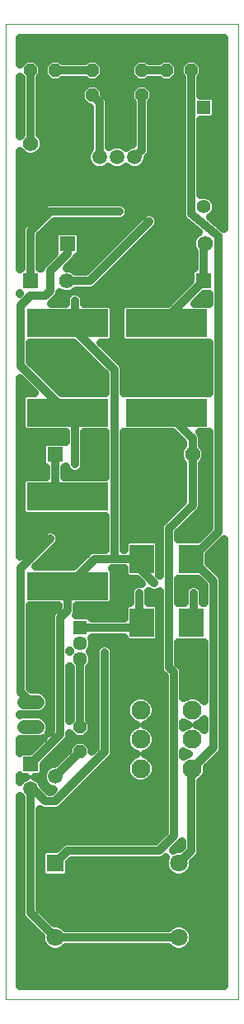
<source format=gtl>
G75*
%MOIN*%
%OFA0B0*%
%FSLAX25Y25*%
%IPPOS*%
%LPD*%
%AMOC8*
5,1,8,0,0,1.08239X$1,22.5*
%
%ADD10C,0.00000*%
%ADD11R,0.09843X0.11417*%
%ADD12R,0.32874X0.11220*%
%ADD13R,0.06201X0.06201*%
%ADD14C,0.06201*%
%ADD15C,0.05500*%
%ADD16R,0.05500X0.05500*%
%ADD17C,0.05600*%
%ADD18R,0.05701X0.05701*%
%ADD19C,0.05701*%
%ADD20R,0.05900X0.05900*%
%ADD21C,0.05900*%
%ADD22C,0.05945*%
%ADD23OC8,0.05200*%
%ADD24C,0.07677*%
%ADD25R,0.07087X0.07087*%
%ADD26C,0.07087*%
%ADD27C,0.03200*%
%ADD28C,0.02978*%
D10*
X0109342Y0044933D02*
X0109342Y0438634D01*
X0203263Y0438634D01*
X0203263Y0044933D01*
X0109342Y0044933D01*
D11*
X0164342Y0197138D03*
X0164342Y0222728D03*
X0184342Y0222728D03*
X0184342Y0197138D03*
D12*
X0174342Y0281823D03*
X0174342Y0318043D03*
X0134342Y0318043D03*
X0134342Y0281823D03*
X0134342Y0248043D03*
X0134342Y0211823D03*
D13*
X0129342Y0264933D03*
X0119342Y0334933D03*
X0134342Y0349933D03*
X0189342Y0334933D03*
D14*
X0189854Y0349933D03*
X0184854Y0264933D03*
X0133830Y0334933D03*
X0119342Y0390445D03*
D15*
X0189342Y0364933D03*
D16*
X0189342Y0404933D03*
D17*
X0122142Y0164933D02*
X0116542Y0164933D01*
X0116542Y0154933D02*
X0122142Y0154933D01*
D18*
X0139342Y0194933D03*
D19*
X0139342Y0188634D03*
X0139342Y0182335D03*
D20*
X0119342Y0139933D03*
D21*
X0119342Y0129933D03*
X0129342Y0134933D03*
D22*
X0147255Y0384933D03*
X0154342Y0384933D03*
X0161428Y0384933D03*
D23*
X0164342Y0409933D03*
X0164342Y0419933D03*
X0174342Y0419933D03*
X0184342Y0419933D03*
X0144342Y0419933D03*
X0144342Y0409933D03*
X0129342Y0419933D03*
X0119342Y0419933D03*
X0139342Y0154933D03*
X0139342Y0144933D03*
D24*
X0163909Y0149933D03*
X0163909Y0138122D03*
X0163909Y0161744D03*
X0184775Y0161744D03*
X0184775Y0149933D03*
X0184775Y0138122D03*
D25*
X0129342Y0099933D03*
D26*
X0129342Y0069933D03*
X0179342Y0069933D03*
X0179342Y0099933D03*
D27*
X0184342Y0104933D01*
X0184342Y0137689D01*
X0184775Y0138122D01*
X0193342Y0146689D01*
X0193342Y0213728D01*
X0184342Y0222728D01*
X0195342Y0233728D01*
X0195342Y0352933D01*
X0184342Y0361933D01*
X0184342Y0419933D01*
X0180542Y0416945D02*
X0180542Y0362494D01*
X0180485Y0362307D01*
X0180542Y0361744D01*
X0180542Y0361177D01*
X0180616Y0360997D01*
X0180636Y0360803D01*
X0180904Y0360304D01*
X0181120Y0359781D01*
X0181258Y0359643D01*
X0181350Y0359471D01*
X0181789Y0359112D01*
X0182189Y0358712D01*
X0182370Y0358637D01*
X0187292Y0354609D01*
X0186851Y0354427D01*
X0185360Y0352935D01*
X0184553Y0350987D01*
X0184553Y0348879D01*
X0185360Y0346931D01*
X0185542Y0346749D01*
X0185542Y0340233D01*
X0185330Y0340233D01*
X0184041Y0338945D01*
X0184041Y0335007D01*
X0174888Y0325854D01*
X0156994Y0325854D01*
X0155705Y0324565D01*
X0155705Y0311522D01*
X0156994Y0310233D01*
X0191542Y0310233D01*
X0191542Y0289633D01*
X0157142Y0289633D01*
X0157142Y0299799D01*
X0156563Y0301196D01*
X0155494Y0302265D01*
X0147526Y0310233D01*
X0151690Y0310233D01*
X0152979Y0311522D01*
X0152979Y0324565D01*
X0151690Y0325854D01*
X0141142Y0325854D01*
X0141142Y0327689D01*
X0140563Y0329086D01*
X0139494Y0330155D01*
X0138098Y0330733D01*
X0137126Y0330733D01*
X0137526Y0331133D01*
X0144098Y0331133D01*
X0145494Y0331712D01*
X0146563Y0332781D01*
X0170563Y0356781D01*
X0171142Y0358177D01*
X0171142Y0359689D01*
X0170563Y0361086D01*
X0169494Y0362155D01*
X0168098Y0362733D01*
X0166586Y0362733D01*
X0165189Y0362155D01*
X0141768Y0338733D01*
X0137526Y0338733D01*
X0136832Y0339427D01*
X0134884Y0340233D01*
X0134016Y0340233D01*
X0137563Y0343781D01*
X0137916Y0344633D01*
X0138353Y0344633D01*
X0139642Y0345921D01*
X0139642Y0353945D01*
X0138353Y0355233D01*
X0130330Y0355233D01*
X0129041Y0353945D01*
X0129041Y0346007D01*
X0125189Y0342155D01*
X0124120Y0341086D01*
X0123646Y0339941D01*
X0123353Y0340233D01*
X0123142Y0340233D01*
X0123142Y0353359D01*
X0128916Y0359133D01*
X0156098Y0359133D01*
X0157494Y0359712D01*
X0158563Y0360781D01*
X0159142Y0362177D01*
X0159142Y0363689D01*
X0158563Y0365086D01*
X0157494Y0366155D01*
X0156098Y0366733D01*
X0126586Y0366733D01*
X0125189Y0366155D01*
X0117189Y0358155D01*
X0116120Y0357086D01*
X0115542Y0355689D01*
X0115542Y0340233D01*
X0115330Y0340233D01*
X0114942Y0339845D01*
X0114942Y0387349D01*
X0116339Y0385951D01*
X0118287Y0385144D01*
X0120396Y0385144D01*
X0122344Y0385951D01*
X0123835Y0387442D01*
X0124642Y0389391D01*
X0124642Y0391499D01*
X0123835Y0393447D01*
X0123142Y0394141D01*
X0123142Y0416945D01*
X0124142Y0417945D01*
X0124142Y0421921D01*
X0121330Y0424733D01*
X0117354Y0424733D01*
X0114942Y0422321D01*
X0114942Y0433034D01*
X0197663Y0433034D01*
X0197663Y0355986D01*
X0197494Y0356155D01*
X0197314Y0356229D01*
X0191919Y0360643D01*
X0192146Y0360737D01*
X0193538Y0362129D01*
X0194292Y0363948D01*
X0194292Y0365918D01*
X0193538Y0367737D01*
X0192146Y0369129D01*
X0190326Y0369883D01*
X0188357Y0369883D01*
X0188142Y0369794D01*
X0188142Y0399983D01*
X0193003Y0399983D01*
X0194292Y0401272D01*
X0194292Y0408594D01*
X0193003Y0409883D01*
X0188142Y0409883D01*
X0188142Y0416945D01*
X0189142Y0417945D01*
X0189142Y0421921D01*
X0186330Y0424733D01*
X0182354Y0424733D01*
X0179542Y0421921D01*
X0179542Y0417945D01*
X0180542Y0416945D01*
X0180542Y0415960D02*
X0177157Y0415960D01*
X0176330Y0415133D02*
X0179142Y0417945D01*
X0179142Y0421921D01*
X0176330Y0424733D01*
X0172354Y0424733D01*
X0171354Y0423733D01*
X0167330Y0423733D01*
X0166330Y0424733D01*
X0162354Y0424733D01*
X0159542Y0421921D01*
X0159542Y0417945D01*
X0162354Y0415133D01*
X0166330Y0415133D01*
X0167330Y0416133D01*
X0171354Y0416133D01*
X0172354Y0415133D01*
X0176330Y0415133D01*
X0179142Y0419159D02*
X0179542Y0419159D01*
X0179978Y0422357D02*
X0178706Y0422357D01*
X0174342Y0419933D02*
X0164342Y0419933D01*
X0161526Y0415960D02*
X0147157Y0415960D01*
X0146330Y0415133D02*
X0149142Y0417945D01*
X0149142Y0421921D01*
X0146330Y0424733D01*
X0142354Y0424733D01*
X0141354Y0423733D01*
X0132330Y0423733D01*
X0131330Y0424733D01*
X0127354Y0424733D01*
X0124542Y0421921D01*
X0124542Y0417945D01*
X0127354Y0415133D01*
X0131330Y0415133D01*
X0132330Y0416133D01*
X0141354Y0416133D01*
X0142354Y0415133D01*
X0146330Y0415133D01*
X0146330Y0414733D02*
X0142354Y0414733D01*
X0139542Y0411921D01*
X0139542Y0407945D01*
X0142354Y0405133D01*
X0143455Y0405133D01*
X0143455Y0388448D01*
X0142870Y0387863D01*
X0142083Y0385962D01*
X0142083Y0383904D01*
X0142870Y0382003D01*
X0144325Y0380548D01*
X0146226Y0379761D01*
X0148284Y0379761D01*
X0150185Y0380548D01*
X0150798Y0381161D01*
X0151412Y0380548D01*
X0153313Y0379761D01*
X0155371Y0379761D01*
X0157272Y0380548D01*
X0157885Y0381161D01*
X0158498Y0380548D01*
X0160400Y0379761D01*
X0162457Y0379761D01*
X0164358Y0380548D01*
X0165813Y0382003D01*
X0166601Y0383904D01*
X0166601Y0384732D01*
X0167563Y0385694D01*
X0168142Y0387091D01*
X0168142Y0406945D01*
X0169142Y0407945D01*
X0169142Y0411921D01*
X0166330Y0414733D01*
X0162354Y0414733D01*
X0159542Y0411921D01*
X0159542Y0407945D01*
X0160542Y0406945D01*
X0160542Y0390105D01*
X0160400Y0390105D01*
X0158498Y0389318D01*
X0157885Y0388705D01*
X0157272Y0389318D01*
X0155371Y0390105D01*
X0153313Y0390105D01*
X0151412Y0389318D01*
X0151055Y0388961D01*
X0151055Y0407776D01*
X0150477Y0409172D01*
X0149142Y0410507D01*
X0149142Y0411921D01*
X0146330Y0414733D01*
X0148301Y0412762D02*
X0160382Y0412762D01*
X0159542Y0409563D02*
X0150086Y0409563D01*
X0151055Y0406365D02*
X0160542Y0406365D01*
X0160542Y0403166D02*
X0151055Y0403166D01*
X0151055Y0399968D02*
X0160542Y0399968D01*
X0160542Y0396769D02*
X0151055Y0396769D01*
X0151055Y0393571D02*
X0160542Y0393571D01*
X0160542Y0390372D02*
X0151055Y0390372D01*
X0147255Y0384933D02*
X0147255Y0407020D01*
X0144342Y0409933D01*
X0141122Y0406365D02*
X0123142Y0406365D01*
X0123142Y0409563D02*
X0139542Y0409563D01*
X0140382Y0412762D02*
X0123142Y0412762D01*
X0123142Y0415960D02*
X0126526Y0415960D01*
X0124542Y0419159D02*
X0124142Y0419159D01*
X0123706Y0422357D02*
X0124978Y0422357D01*
X0129342Y0419933D02*
X0144342Y0419933D01*
X0141526Y0415960D02*
X0132157Y0415960D01*
X0123142Y0403166D02*
X0143455Y0403166D01*
X0143455Y0399968D02*
X0123142Y0399968D01*
X0123142Y0396769D02*
X0143455Y0396769D01*
X0143455Y0393571D02*
X0123712Y0393571D01*
X0124642Y0390372D02*
X0143455Y0390372D01*
X0142585Y0387174D02*
X0123567Y0387174D01*
X0119342Y0390445D02*
X0119342Y0419933D01*
X0115542Y0416945D02*
X0115542Y0394141D01*
X0114942Y0393541D01*
X0114942Y0417545D01*
X0115542Y0416945D01*
X0115542Y0415960D02*
X0114942Y0415960D01*
X0114942Y0412762D02*
X0115542Y0412762D01*
X0115542Y0409563D02*
X0114942Y0409563D01*
X0114942Y0406365D02*
X0115542Y0406365D01*
X0115542Y0403166D02*
X0114942Y0403166D01*
X0114942Y0399968D02*
X0115542Y0399968D01*
X0115542Y0396769D02*
X0114942Y0396769D01*
X0114942Y0393571D02*
X0114972Y0393571D01*
X0114942Y0387174D02*
X0115117Y0387174D01*
X0114942Y0383975D02*
X0142083Y0383975D01*
X0144097Y0380777D02*
X0114942Y0380777D01*
X0114942Y0377578D02*
X0180542Y0377578D01*
X0180542Y0374380D02*
X0114942Y0374380D01*
X0114942Y0371181D02*
X0180542Y0371181D01*
X0180542Y0367983D02*
X0114942Y0367983D01*
X0114942Y0364784D02*
X0123819Y0364784D01*
X0120620Y0361586D02*
X0114942Y0361586D01*
X0114942Y0358387D02*
X0117422Y0358387D01*
X0115542Y0355189D02*
X0114942Y0355189D01*
X0114942Y0351990D02*
X0115542Y0351990D01*
X0115542Y0348792D02*
X0114942Y0348792D01*
X0114942Y0345593D02*
X0115542Y0345593D01*
X0115542Y0342395D02*
X0114942Y0342395D01*
X0119342Y0334933D02*
X0119342Y0354933D01*
X0127342Y0362933D01*
X0155342Y0362933D01*
X0158897Y0361586D02*
X0164620Y0361586D01*
X0161422Y0358387D02*
X0128170Y0358387D01*
X0130285Y0355189D02*
X0124971Y0355189D01*
X0123142Y0351990D02*
X0129041Y0351990D01*
X0129041Y0348792D02*
X0123142Y0348792D01*
X0123142Y0345593D02*
X0128628Y0345593D01*
X0125429Y0342395D02*
X0123142Y0342395D01*
X0127342Y0338933D02*
X0127342Y0330933D01*
X0125342Y0328933D01*
X0119342Y0328933D01*
X0115342Y0324933D01*
X0115342Y0300823D01*
X0134342Y0281823D01*
X0137342Y0278823D01*
X0137342Y0260933D01*
X0133933Y0259233D02*
X0133142Y0259233D01*
X0133142Y0259633D02*
X0133353Y0259633D01*
X0133646Y0259925D01*
X0134120Y0258781D01*
X0135189Y0257712D01*
X0136586Y0257133D01*
X0138098Y0257133D01*
X0139494Y0257712D01*
X0140563Y0258781D01*
X0141142Y0260177D01*
X0141142Y0274013D01*
X0149542Y0274013D01*
X0149542Y0255854D01*
X0133142Y0255854D01*
X0133142Y0259633D01*
X0133142Y0256035D02*
X0149542Y0256035D01*
X0149542Y0259233D02*
X0140751Y0259233D01*
X0141142Y0262432D02*
X0149542Y0262432D01*
X0149542Y0265630D02*
X0141142Y0265630D01*
X0141142Y0268829D02*
X0149542Y0268829D01*
X0149542Y0272027D02*
X0141142Y0272027D01*
X0133542Y0272027D02*
X0114942Y0272027D01*
X0116994Y0274013D02*
X0115705Y0275301D01*
X0115705Y0288344D01*
X0116994Y0289633D01*
X0121158Y0289633D01*
X0114942Y0295849D01*
X0114942Y0223907D01*
X0125189Y0234155D01*
X0126586Y0234733D01*
X0128098Y0234733D01*
X0129494Y0234155D01*
X0130563Y0233086D01*
X0131142Y0231689D01*
X0131142Y0230177D01*
X0130563Y0228781D01*
X0121416Y0219633D01*
X0136778Y0219633D01*
X0142026Y0224881D01*
X0143095Y0225950D01*
X0144491Y0226528D01*
X0149542Y0226528D01*
X0149542Y0240233D01*
X0116994Y0240233D01*
X0115705Y0241522D01*
X0115705Y0254565D01*
X0116994Y0255854D01*
X0125542Y0255854D01*
X0125542Y0259633D01*
X0125330Y0259633D01*
X0124041Y0260921D01*
X0124041Y0268945D01*
X0125330Y0270233D01*
X0133353Y0270233D01*
X0133542Y0270045D01*
X0133542Y0274013D01*
X0116994Y0274013D01*
X0115780Y0275226D02*
X0114942Y0275226D01*
X0114942Y0278424D02*
X0115705Y0278424D01*
X0115705Y0281623D02*
X0114942Y0281623D01*
X0114942Y0284821D02*
X0115705Y0284821D01*
X0115705Y0288020D02*
X0114942Y0288020D01*
X0114942Y0291218D02*
X0119572Y0291218D01*
X0116374Y0294417D02*
X0114942Y0294417D01*
X0119142Y0302397D02*
X0119142Y0310233D01*
X0136778Y0310233D01*
X0149542Y0297469D01*
X0149542Y0289633D01*
X0131906Y0289633D01*
X0119142Y0302397D01*
X0119142Y0304012D02*
X0142999Y0304012D01*
X0146197Y0300814D02*
X0120725Y0300814D01*
X0123923Y0297615D02*
X0149396Y0297615D01*
X0149542Y0294417D02*
X0127122Y0294417D01*
X0130320Y0291218D02*
X0149542Y0291218D01*
X0153342Y0299043D02*
X0153342Y0222728D01*
X0145247Y0222728D01*
X0134342Y0211823D01*
X0134342Y0201933D01*
X0131342Y0198933D01*
X0131342Y0151933D01*
X0119342Y0139933D01*
X0119118Y0145083D02*
X0115481Y0145083D01*
X0114942Y0144544D01*
X0114942Y0150184D01*
X0115547Y0149933D01*
X0123136Y0149933D01*
X0124556Y0150521D01*
X0119118Y0145083D01*
X0121320Y0147285D02*
X0114942Y0147285D01*
X0114942Y0135322D02*
X0114942Y0132768D01*
X0114976Y0132850D01*
X0116425Y0134299D01*
X0117593Y0134783D01*
X0115481Y0134783D01*
X0114942Y0135322D01*
X0114942Y0134491D02*
X0116889Y0134491D01*
X0119342Y0129933D02*
X0120342Y0129933D01*
X0125342Y0124933D01*
X0129342Y0124933D01*
X0149342Y0144933D01*
X0149342Y0184933D01*
X0153142Y0185668D02*
X0171542Y0185668D01*
X0171542Y0188866D02*
X0144392Y0188866D01*
X0144392Y0189638D02*
X0143943Y0190722D01*
X0144354Y0191133D01*
X0157221Y0191133D01*
X0157221Y0190518D01*
X0158509Y0189229D01*
X0170174Y0189229D01*
X0171463Y0190518D01*
X0171463Y0203758D01*
X0170174Y0205046D01*
X0167142Y0205046D01*
X0167142Y0209689D01*
X0167092Y0209809D01*
X0167189Y0209712D01*
X0168586Y0209133D01*
X0170098Y0209133D01*
X0171494Y0209712D01*
X0171542Y0209759D01*
X0171542Y0178177D01*
X0172120Y0176781D01*
X0173189Y0175712D01*
X0173542Y0175359D01*
X0173542Y0112507D01*
X0169768Y0108733D01*
X0133586Y0108733D01*
X0132189Y0108155D01*
X0131120Y0107086D01*
X0129711Y0105676D01*
X0124887Y0105676D01*
X0123598Y0104388D01*
X0123598Y0095478D01*
X0124887Y0094190D01*
X0133796Y0094190D01*
X0135085Y0095478D01*
X0135085Y0100302D01*
X0135916Y0101133D01*
X0172098Y0101133D01*
X0173494Y0101712D01*
X0174122Y0102339D01*
X0173598Y0101075D01*
X0173598Y0098791D01*
X0174473Y0096680D01*
X0176088Y0095064D01*
X0178199Y0094190D01*
X0180484Y0094190D01*
X0182595Y0095064D01*
X0184211Y0096680D01*
X0185085Y0098791D01*
X0185085Y0100302D01*
X0186494Y0101712D01*
X0187563Y0102781D01*
X0188142Y0104177D01*
X0188142Y0132981D01*
X0188195Y0133003D01*
X0189894Y0134701D01*
X0190813Y0136921D01*
X0190813Y0138787D01*
X0195494Y0143467D01*
X0196563Y0144536D01*
X0197142Y0145933D01*
X0197142Y0214484D01*
X0196563Y0215881D01*
X0195494Y0216950D01*
X0191463Y0220981D01*
X0191463Y0224476D01*
X0197663Y0230676D01*
X0197663Y0050533D01*
X0114942Y0050533D01*
X0114942Y0127098D01*
X0114976Y0127016D01*
X0115542Y0126450D01*
X0115542Y0079177D01*
X0116120Y0077781D01*
X0123598Y0070302D01*
X0123598Y0068791D01*
X0124473Y0066680D01*
X0126088Y0065064D01*
X0128199Y0064190D01*
X0130484Y0064190D01*
X0132595Y0065064D01*
X0133664Y0066133D01*
X0175020Y0066133D01*
X0176088Y0065064D01*
X0178199Y0064190D01*
X0180484Y0064190D01*
X0182595Y0065064D01*
X0184211Y0066680D01*
X0185085Y0068791D01*
X0185085Y0071075D01*
X0184211Y0073186D01*
X0182595Y0074802D01*
X0180484Y0075676D01*
X0178199Y0075676D01*
X0176088Y0074802D01*
X0175020Y0073733D01*
X0133664Y0073733D01*
X0132595Y0074802D01*
X0130484Y0075676D01*
X0128973Y0075676D01*
X0123142Y0081507D01*
X0123142Y0121759D01*
X0123189Y0121712D01*
X0124586Y0121133D01*
X0130098Y0121133D01*
X0131494Y0121712D01*
X0152563Y0142781D01*
X0153142Y0144177D01*
X0153142Y0185689D01*
X0152563Y0187086D01*
X0151494Y0188155D01*
X0150098Y0188733D01*
X0148586Y0188733D01*
X0147189Y0188155D01*
X0146120Y0187086D01*
X0145542Y0185689D01*
X0145542Y0146507D01*
X0144142Y0145107D01*
X0144142Y0146921D01*
X0141330Y0149733D01*
X0137354Y0149733D01*
X0134542Y0146921D01*
X0134542Y0145507D01*
X0129118Y0140083D01*
X0128317Y0140083D01*
X0126425Y0139299D01*
X0124976Y0137850D01*
X0124492Y0136682D01*
X0124492Y0139709D01*
X0134563Y0149781D01*
X0135142Y0151177D01*
X0135142Y0152345D01*
X0137354Y0150133D01*
X0141330Y0150133D01*
X0144142Y0152945D01*
X0144142Y0156921D01*
X0143142Y0157921D01*
X0143142Y0178992D01*
X0143623Y0179474D01*
X0144392Y0181330D01*
X0144392Y0183339D01*
X0143623Y0185195D01*
X0143335Y0185484D01*
X0143623Y0185773D01*
X0144392Y0187629D01*
X0144392Y0189638D01*
X0143518Y0185668D02*
X0145542Y0185668D01*
X0145542Y0182469D02*
X0144392Y0182469D01*
X0143420Y0179271D02*
X0145542Y0179271D01*
X0145542Y0176072D02*
X0143142Y0176072D01*
X0143142Y0172874D02*
X0145542Y0172874D01*
X0145542Y0169675D02*
X0143142Y0169675D01*
X0143142Y0166477D02*
X0145542Y0166477D01*
X0145542Y0163278D02*
X0143142Y0163278D01*
X0143142Y0160079D02*
X0145542Y0160079D01*
X0145542Y0156881D02*
X0144142Y0156881D01*
X0144142Y0153682D02*
X0145542Y0153682D01*
X0145542Y0150484D02*
X0141681Y0150484D01*
X0143778Y0147285D02*
X0145542Y0147285D01*
X0150671Y0140888D02*
X0158518Y0140888D01*
X0158789Y0141543D02*
X0157870Y0139323D01*
X0157870Y0136921D01*
X0158789Y0134701D01*
X0160488Y0133003D01*
X0162708Y0132083D01*
X0165110Y0132083D01*
X0167329Y0133003D01*
X0169028Y0134701D01*
X0169947Y0136921D01*
X0169947Y0139323D01*
X0169028Y0141543D01*
X0167329Y0143241D01*
X0165431Y0144028D01*
X0167329Y0144814D01*
X0169028Y0146512D01*
X0169947Y0148732D01*
X0169947Y0151134D01*
X0169028Y0153354D01*
X0167329Y0155052D01*
X0165431Y0155839D01*
X0167329Y0156625D01*
X0169028Y0158324D01*
X0169947Y0160543D01*
X0169947Y0162945D01*
X0169028Y0165165D01*
X0167329Y0166863D01*
X0165110Y0167783D01*
X0162708Y0167783D01*
X0160488Y0166863D01*
X0158789Y0165165D01*
X0157870Y0162945D01*
X0157870Y0160543D01*
X0158789Y0158324D01*
X0160488Y0156625D01*
X0162386Y0155839D01*
X0160488Y0155052D01*
X0158789Y0153354D01*
X0157870Y0151134D01*
X0157870Y0148732D01*
X0158789Y0146512D01*
X0160488Y0144814D01*
X0162386Y0144028D01*
X0160488Y0143241D01*
X0158789Y0141543D01*
X0157870Y0137690D02*
X0147473Y0137690D01*
X0144274Y0134491D02*
X0159000Y0134491D01*
X0162243Y0144087D02*
X0153104Y0144087D01*
X0153142Y0147285D02*
X0158469Y0147285D01*
X0157870Y0150484D02*
X0153142Y0150484D01*
X0153142Y0153682D02*
X0159118Y0153682D01*
X0160232Y0156881D02*
X0153142Y0156881D01*
X0153142Y0160079D02*
X0158062Y0160079D01*
X0158008Y0163278D02*
X0153142Y0163278D01*
X0153142Y0166477D02*
X0160101Y0166477D01*
X0153142Y0169675D02*
X0173542Y0169675D01*
X0173542Y0166477D02*
X0167716Y0166477D01*
X0169809Y0163278D02*
X0173542Y0163278D01*
X0173542Y0160079D02*
X0169755Y0160079D01*
X0167585Y0156881D02*
X0173542Y0156881D01*
X0173542Y0153682D02*
X0168699Y0153682D01*
X0169947Y0150484D02*
X0173542Y0150484D01*
X0173542Y0147285D02*
X0169348Y0147285D01*
X0165574Y0144087D02*
X0173542Y0144087D01*
X0173542Y0140888D02*
X0169299Y0140888D01*
X0169947Y0137690D02*
X0173542Y0137690D01*
X0173542Y0134491D02*
X0168818Y0134491D01*
X0173542Y0131293D02*
X0141076Y0131293D01*
X0137877Y0128094D02*
X0173542Y0128094D01*
X0173542Y0124896D02*
X0134679Y0124896D01*
X0131460Y0121697D02*
X0173542Y0121697D01*
X0173542Y0118499D02*
X0123142Y0118499D01*
X0123142Y0121697D02*
X0123224Y0121697D01*
X0123142Y0115300D02*
X0173542Y0115300D01*
X0173137Y0112102D02*
X0123142Y0112102D01*
X0123142Y0108903D02*
X0169938Y0108903D01*
X0171342Y0104933D02*
X0177342Y0110933D01*
X0177342Y0176933D01*
X0175342Y0178933D01*
X0175342Y0234933D01*
X0184854Y0244445D01*
X0184854Y0264933D01*
X0184854Y0271311D01*
X0174342Y0281823D01*
X0176778Y0274013D02*
X0181054Y0269737D01*
X0181054Y0268629D01*
X0180360Y0267935D01*
X0179553Y0265987D01*
X0179553Y0263879D01*
X0180360Y0261931D01*
X0181054Y0261237D01*
X0181054Y0246019D01*
X0172120Y0237086D01*
X0171542Y0235689D01*
X0171542Y0216107D01*
X0171463Y0216186D01*
X0171463Y0229348D01*
X0170174Y0230637D01*
X0158509Y0230637D01*
X0157221Y0229348D01*
X0157221Y0226528D01*
X0157142Y0226528D01*
X0157142Y0274013D01*
X0176778Y0274013D01*
X0178763Y0272027D02*
X0157142Y0272027D01*
X0157142Y0268829D02*
X0181054Y0268829D01*
X0179553Y0265630D02*
X0157142Y0265630D01*
X0157142Y0262432D02*
X0180153Y0262432D01*
X0181054Y0259233D02*
X0157142Y0259233D01*
X0157142Y0256035D02*
X0181054Y0256035D01*
X0181054Y0252836D02*
X0157142Y0252836D01*
X0157142Y0249638D02*
X0181054Y0249638D01*
X0181054Y0246439D02*
X0157142Y0246439D01*
X0157142Y0243241D02*
X0178276Y0243241D01*
X0175077Y0240042D02*
X0157142Y0240042D01*
X0157142Y0236844D02*
X0172020Y0236844D01*
X0171542Y0233645D02*
X0157142Y0233645D01*
X0157142Y0230447D02*
X0158319Y0230447D01*
X0157221Y0227248D02*
X0157142Y0227248D01*
X0153342Y0222728D02*
X0164342Y0222728D01*
X0164342Y0217933D01*
X0169342Y0212933D01*
X0171463Y0217653D02*
X0171542Y0217653D01*
X0171463Y0220851D02*
X0171542Y0220851D01*
X0171463Y0224050D02*
X0171542Y0224050D01*
X0171463Y0227248D02*
X0171542Y0227248D01*
X0171542Y0230447D02*
X0170365Y0230447D01*
X0179142Y0230637D02*
X0179142Y0233359D01*
X0187006Y0241223D01*
X0188075Y0242292D01*
X0188654Y0243689D01*
X0188654Y0261237D01*
X0189347Y0261931D01*
X0190154Y0263879D01*
X0190154Y0265987D01*
X0189347Y0267935D01*
X0188654Y0268629D01*
X0188654Y0272067D01*
X0188075Y0273464D01*
X0187526Y0274013D01*
X0191542Y0274013D01*
X0191542Y0235302D01*
X0186876Y0230637D01*
X0179142Y0230637D01*
X0179428Y0233645D02*
X0189885Y0233645D01*
X0191542Y0236844D02*
X0182626Y0236844D01*
X0185825Y0240042D02*
X0191542Y0240042D01*
X0191542Y0243241D02*
X0188468Y0243241D01*
X0188654Y0246439D02*
X0191542Y0246439D01*
X0191542Y0249638D02*
X0188654Y0249638D01*
X0188654Y0252836D02*
X0191542Y0252836D01*
X0191542Y0256035D02*
X0188654Y0256035D01*
X0188654Y0259233D02*
X0191542Y0259233D01*
X0191542Y0262432D02*
X0189555Y0262432D01*
X0190154Y0265630D02*
X0191542Y0265630D01*
X0191542Y0268829D02*
X0188654Y0268829D01*
X0188654Y0272027D02*
X0191542Y0272027D01*
X0191542Y0291218D02*
X0157142Y0291218D01*
X0157142Y0294417D02*
X0191542Y0294417D01*
X0191542Y0297615D02*
X0157142Y0297615D01*
X0156721Y0300814D02*
X0191542Y0300814D01*
X0191542Y0304012D02*
X0153747Y0304012D01*
X0153342Y0299043D02*
X0134342Y0318043D01*
X0137342Y0321043D01*
X0137342Y0326933D01*
X0140048Y0329601D02*
X0178635Y0329601D01*
X0181834Y0332799D02*
X0146582Y0332799D01*
X0143342Y0334933D02*
X0133830Y0334933D01*
X0131142Y0330309D02*
X0132776Y0329633D01*
X0134667Y0329633D01*
X0134120Y0329086D01*
X0133542Y0327689D01*
X0133542Y0325854D01*
X0127636Y0325854D01*
X0128563Y0326781D01*
X0130563Y0328781D01*
X0131142Y0330177D01*
X0131142Y0330309D01*
X0130903Y0329601D02*
X0134635Y0329601D01*
X0133542Y0326402D02*
X0128185Y0326402D01*
X0127342Y0338933D02*
X0134342Y0345933D01*
X0134342Y0349933D01*
X0139642Y0348792D02*
X0151826Y0348792D01*
X0155025Y0351990D02*
X0139642Y0351990D01*
X0138398Y0355189D02*
X0158223Y0355189D01*
X0162574Y0348792D02*
X0184589Y0348792D01*
X0184969Y0351990D02*
X0165773Y0351990D01*
X0168971Y0355189D02*
X0186584Y0355189D01*
X0182675Y0358387D02*
X0171142Y0358387D01*
X0170063Y0361586D02*
X0180542Y0361586D01*
X0180542Y0364784D02*
X0158688Y0364784D01*
X0167342Y0358933D02*
X0143342Y0334933D01*
X0142231Y0339196D02*
X0137063Y0339196D01*
X0136177Y0342395D02*
X0145429Y0342395D01*
X0148628Y0345593D02*
X0139314Y0345593D01*
X0149780Y0335998D02*
X0184041Y0335998D01*
X0184293Y0339196D02*
X0152979Y0339196D01*
X0156177Y0342395D02*
X0185542Y0342395D01*
X0185542Y0345593D02*
X0159376Y0345593D01*
X0155705Y0323204D02*
X0152979Y0323204D01*
X0152979Y0320005D02*
X0155705Y0320005D01*
X0155705Y0316807D02*
X0152979Y0316807D01*
X0152979Y0313608D02*
X0155705Y0313608D01*
X0156817Y0310410D02*
X0151867Y0310410D01*
X0150548Y0307211D02*
X0191542Y0307211D01*
X0191542Y0325854D02*
X0185636Y0325854D01*
X0189415Y0329633D01*
X0191542Y0329633D01*
X0191542Y0325854D01*
X0191542Y0326402D02*
X0186185Y0326402D01*
X0189383Y0329601D02*
X0191542Y0329601D01*
X0189342Y0334933D02*
X0189342Y0349421D01*
X0189854Y0349933D01*
X0194677Y0358387D02*
X0197663Y0358387D01*
X0197663Y0361586D02*
X0192995Y0361586D01*
X0194292Y0364784D02*
X0197663Y0364784D01*
X0197663Y0367983D02*
X0193292Y0367983D01*
X0197663Y0371181D02*
X0188142Y0371181D01*
X0188142Y0374380D02*
X0197663Y0374380D01*
X0197663Y0377578D02*
X0188142Y0377578D01*
X0188142Y0380777D02*
X0197663Y0380777D01*
X0197663Y0383975D02*
X0188142Y0383975D01*
X0188142Y0387174D02*
X0197663Y0387174D01*
X0197663Y0390372D02*
X0188142Y0390372D01*
X0188142Y0393571D02*
X0197663Y0393571D01*
X0197663Y0396769D02*
X0188142Y0396769D01*
X0188142Y0399968D02*
X0197663Y0399968D01*
X0197663Y0403166D02*
X0194292Y0403166D01*
X0194292Y0406365D02*
X0197663Y0406365D01*
X0197663Y0409563D02*
X0193323Y0409563D01*
X0197663Y0412762D02*
X0188142Y0412762D01*
X0188142Y0415960D02*
X0197663Y0415960D01*
X0197663Y0419159D02*
X0189142Y0419159D01*
X0188706Y0422357D02*
X0197663Y0422357D01*
X0197663Y0425556D02*
X0114942Y0425556D01*
X0114942Y0428754D02*
X0197663Y0428754D01*
X0197663Y0431953D02*
X0114942Y0431953D01*
X0114942Y0422357D02*
X0114978Y0422357D01*
X0148706Y0422357D02*
X0159978Y0422357D01*
X0159542Y0419159D02*
X0149142Y0419159D01*
X0164342Y0409933D02*
X0164342Y0387846D01*
X0161428Y0384933D01*
X0158270Y0380777D02*
X0157500Y0380777D01*
X0151183Y0380777D02*
X0150414Y0380777D01*
X0164587Y0380777D02*
X0180542Y0380777D01*
X0180542Y0383975D02*
X0166601Y0383975D01*
X0168142Y0387174D02*
X0180542Y0387174D01*
X0180542Y0390372D02*
X0168142Y0390372D01*
X0168142Y0393571D02*
X0180542Y0393571D01*
X0180542Y0396769D02*
X0168142Y0396769D01*
X0168142Y0399968D02*
X0180542Y0399968D01*
X0180542Y0403166D02*
X0168142Y0403166D01*
X0168142Y0406365D02*
X0180542Y0406365D01*
X0180542Y0409563D02*
X0169142Y0409563D01*
X0168301Y0412762D02*
X0180542Y0412762D01*
X0171526Y0415960D02*
X0167157Y0415960D01*
X0189342Y0334933D02*
X0174342Y0319933D01*
X0174342Y0318043D01*
X0175437Y0326402D02*
X0141142Y0326402D01*
X0139800Y0307211D02*
X0119142Y0307211D01*
X0114942Y0329907D02*
X0114942Y0330021D01*
X0114999Y0329964D01*
X0114942Y0329907D01*
X0114942Y0268829D02*
X0124041Y0268829D01*
X0124041Y0265630D02*
X0114942Y0265630D01*
X0114942Y0262432D02*
X0124041Y0262432D01*
X0125542Y0259233D02*
X0114942Y0259233D01*
X0114942Y0256035D02*
X0125542Y0256035D01*
X0129342Y0253043D02*
X0134342Y0248043D01*
X0129342Y0253043D02*
X0129342Y0264933D01*
X0115705Y0252836D02*
X0114942Y0252836D01*
X0114942Y0249638D02*
X0115705Y0249638D01*
X0115705Y0246439D02*
X0114942Y0246439D01*
X0114942Y0243241D02*
X0115705Y0243241D01*
X0114942Y0240042D02*
X0149542Y0240042D01*
X0149542Y0236844D02*
X0114942Y0236844D01*
X0114942Y0233645D02*
X0124680Y0233645D01*
X0127342Y0230933D02*
X0115342Y0218933D01*
X0115342Y0168933D01*
X0119342Y0164933D01*
X0119716Y0169933D02*
X0119142Y0170507D01*
X0119142Y0204013D01*
X0130542Y0204013D01*
X0130542Y0203507D01*
X0129189Y0202155D01*
X0128120Y0201086D01*
X0127542Y0199689D01*
X0127542Y0153507D01*
X0126554Y0152519D01*
X0127142Y0153938D01*
X0127142Y0155928D01*
X0126381Y0157765D01*
X0124974Y0159172D01*
X0123136Y0159933D01*
X0124974Y0160694D01*
X0126381Y0162101D01*
X0127142Y0163938D01*
X0127142Y0165928D01*
X0126381Y0167765D01*
X0124974Y0169172D01*
X0123136Y0169933D01*
X0119716Y0169933D01*
X0119142Y0172874D02*
X0127542Y0172874D01*
X0127542Y0176072D02*
X0119142Y0176072D01*
X0119142Y0179271D02*
X0127542Y0179271D01*
X0127542Y0182469D02*
X0119142Y0182469D01*
X0119142Y0185668D02*
X0127542Y0185668D01*
X0127542Y0188866D02*
X0119142Y0188866D01*
X0119142Y0192065D02*
X0127542Y0192065D01*
X0127542Y0195263D02*
X0119142Y0195263D01*
X0119142Y0198462D02*
X0127542Y0198462D01*
X0128695Y0201660D02*
X0119142Y0201660D01*
X0122634Y0220851D02*
X0137996Y0220851D01*
X0141195Y0224050D02*
X0125832Y0224050D01*
X0129031Y0227248D02*
X0149542Y0227248D01*
X0149542Y0230447D02*
X0131142Y0230447D01*
X0130004Y0233645D02*
X0149542Y0233645D01*
X0152395Y0218928D02*
X0157221Y0218928D01*
X0157221Y0216108D01*
X0158509Y0214820D01*
X0162081Y0214820D01*
X0162189Y0214712D01*
X0162189Y0214712D01*
X0164217Y0212683D01*
X0164098Y0212733D01*
X0162586Y0212733D01*
X0161189Y0212155D01*
X0160120Y0211086D01*
X0159542Y0209689D01*
X0159542Y0205046D01*
X0158509Y0205046D01*
X0157221Y0203758D01*
X0157221Y0198733D01*
X0144354Y0198733D01*
X0143103Y0199983D01*
X0137647Y0199983D01*
X0138142Y0201177D01*
X0138142Y0204013D01*
X0151690Y0204013D01*
X0152979Y0205301D01*
X0152979Y0218344D01*
X0152395Y0218928D01*
X0152979Y0217653D02*
X0157221Y0217653D01*
X0152979Y0214454D02*
X0162447Y0214454D01*
X0160290Y0211256D02*
X0152979Y0211256D01*
X0152979Y0208057D02*
X0159542Y0208057D01*
X0158321Y0204859D02*
X0152536Y0204859D01*
X0157221Y0201660D02*
X0138142Y0201660D01*
X0139342Y0194933D02*
X0160137Y0194933D01*
X0163342Y0198138D01*
X0164342Y0197138D01*
X0163342Y0198138D02*
X0163342Y0208933D01*
X0167142Y0208057D02*
X0171542Y0208057D01*
X0171542Y0204859D02*
X0170362Y0204859D01*
X0171463Y0201660D02*
X0171542Y0201660D01*
X0171463Y0198462D02*
X0171542Y0198462D01*
X0171463Y0195263D02*
X0171542Y0195263D01*
X0171463Y0192065D02*
X0171542Y0192065D01*
X0171542Y0182469D02*
X0153142Y0182469D01*
X0153142Y0179271D02*
X0171542Y0179271D01*
X0172829Y0176072D02*
X0153142Y0176072D01*
X0153142Y0172874D02*
X0173542Y0172874D01*
X0180563Y0179086D02*
X0179142Y0180507D01*
X0179142Y0189229D01*
X0189542Y0189229D01*
X0189542Y0165517D01*
X0188195Y0166863D01*
X0185976Y0167783D01*
X0183574Y0167783D01*
X0181354Y0166863D01*
X0181142Y0166651D01*
X0181142Y0177689D01*
X0180563Y0179086D01*
X0180378Y0179271D02*
X0189542Y0179271D01*
X0189542Y0182469D02*
X0179142Y0182469D01*
X0179142Y0185668D02*
X0189542Y0185668D01*
X0189542Y0188866D02*
X0179142Y0188866D01*
X0184342Y0197138D02*
X0185342Y0198138D01*
X0185342Y0208933D01*
X0188393Y0211256D02*
X0189542Y0211256D01*
X0189542Y0212154D02*
X0189542Y0205046D01*
X0189142Y0205046D01*
X0189142Y0209689D01*
X0188563Y0211086D01*
X0187494Y0212155D01*
X0186098Y0212733D01*
X0184586Y0212733D01*
X0183189Y0212155D01*
X0182120Y0211086D01*
X0181542Y0209689D01*
X0181542Y0205046D01*
X0179142Y0205046D01*
X0179142Y0214820D01*
X0186876Y0214820D01*
X0189542Y0212154D01*
X0187242Y0214454D02*
X0179142Y0214454D01*
X0179142Y0211256D02*
X0182290Y0211256D01*
X0181542Y0208057D02*
X0179142Y0208057D01*
X0189142Y0208057D02*
X0189542Y0208057D01*
X0194791Y0217653D02*
X0197663Y0217653D01*
X0197663Y0220851D02*
X0191593Y0220851D01*
X0191463Y0224050D02*
X0197663Y0224050D01*
X0197663Y0227248D02*
X0194236Y0227248D01*
X0197434Y0230447D02*
X0197663Y0230447D01*
X0197663Y0214454D02*
X0197142Y0214454D01*
X0197142Y0211256D02*
X0197663Y0211256D01*
X0197663Y0208057D02*
X0197142Y0208057D01*
X0197142Y0204859D02*
X0197663Y0204859D01*
X0197663Y0201660D02*
X0197142Y0201660D01*
X0197142Y0198462D02*
X0197663Y0198462D01*
X0197663Y0195263D02*
X0197142Y0195263D01*
X0197142Y0192065D02*
X0197663Y0192065D01*
X0197663Y0188866D02*
X0197142Y0188866D01*
X0197142Y0185668D02*
X0197663Y0185668D01*
X0197663Y0182469D02*
X0197142Y0182469D01*
X0197142Y0179271D02*
X0197663Y0179271D01*
X0197663Y0176072D02*
X0197142Y0176072D01*
X0197142Y0172874D02*
X0197663Y0172874D01*
X0197663Y0169675D02*
X0197142Y0169675D01*
X0197142Y0166477D02*
X0197663Y0166477D01*
X0197663Y0163278D02*
X0197142Y0163278D01*
X0197142Y0160079D02*
X0197663Y0160079D01*
X0197663Y0156881D02*
X0197142Y0156881D01*
X0197142Y0153682D02*
X0197663Y0153682D01*
X0197663Y0150484D02*
X0197142Y0150484D01*
X0197142Y0147285D02*
X0197663Y0147285D01*
X0197663Y0144087D02*
X0196114Y0144087D01*
X0197663Y0140888D02*
X0192915Y0140888D01*
X0190813Y0137690D02*
X0197663Y0137690D01*
X0197663Y0134491D02*
X0189684Y0134491D01*
X0188142Y0131293D02*
X0197663Y0131293D01*
X0197663Y0128094D02*
X0188142Y0128094D01*
X0188142Y0124896D02*
X0197663Y0124896D01*
X0197663Y0121697D02*
X0188142Y0121697D01*
X0188142Y0118499D02*
X0197663Y0118499D01*
X0197663Y0115300D02*
X0188142Y0115300D01*
X0188142Y0112102D02*
X0197663Y0112102D01*
X0197663Y0108903D02*
X0188142Y0108903D01*
X0188142Y0105705D02*
X0197663Y0105705D01*
X0197663Y0102506D02*
X0187289Y0102506D01*
X0185085Y0099308D02*
X0197663Y0099308D01*
X0197663Y0096109D02*
X0183640Y0096109D01*
X0179711Y0105676D02*
X0178199Y0105676D01*
X0176936Y0105153D01*
X0179494Y0107712D01*
X0180542Y0108759D01*
X0180542Y0106507D01*
X0179711Y0105676D01*
X0179740Y0105705D02*
X0177488Y0105705D01*
X0173598Y0099308D02*
X0135085Y0099308D01*
X0135085Y0096109D02*
X0175043Y0096109D01*
X0171342Y0104933D02*
X0134342Y0104933D01*
X0129342Y0099933D01*
X0129740Y0105705D02*
X0123142Y0105705D01*
X0123142Y0102506D02*
X0123598Y0102506D01*
X0123598Y0099308D02*
X0123142Y0099308D01*
X0123142Y0096109D02*
X0123598Y0096109D01*
X0123142Y0092911D02*
X0197663Y0092911D01*
X0197663Y0089712D02*
X0123142Y0089712D01*
X0123142Y0086514D02*
X0197663Y0086514D01*
X0197663Y0083315D02*
X0123142Y0083315D01*
X0124532Y0080117D02*
X0197663Y0080117D01*
X0197663Y0076918D02*
X0127731Y0076918D01*
X0129342Y0069933D02*
X0119342Y0079933D01*
X0119342Y0129933D01*
X0121090Y0134783D02*
X0123203Y0134783D01*
X0124192Y0135772D01*
X0124192Y0133909D01*
X0124976Y0132016D01*
X0126425Y0130567D01*
X0128317Y0129783D01*
X0128818Y0129783D01*
X0127768Y0128733D01*
X0126916Y0128733D01*
X0124351Y0131298D01*
X0123708Y0132850D01*
X0122259Y0134299D01*
X0121090Y0134783D01*
X0121795Y0134491D02*
X0124192Y0134491D01*
X0124356Y0131293D02*
X0125699Y0131293D01*
X0129342Y0134933D02*
X0139342Y0144933D01*
X0134906Y0147285D02*
X0132068Y0147285D01*
X0133122Y0144087D02*
X0128870Y0144087D01*
X0129923Y0140888D02*
X0125671Y0140888D01*
X0124909Y0137690D02*
X0124492Y0137690D01*
X0124466Y0150484D02*
X0124519Y0150484D01*
X0126747Y0156881D02*
X0127542Y0156881D01*
X0127542Y0160079D02*
X0123490Y0160079D01*
X0123136Y0159933D02*
X0115547Y0159933D01*
X0114942Y0160184D01*
X0114942Y0159682D01*
X0115547Y0159933D01*
X0123136Y0159933D01*
X0126868Y0163278D02*
X0127542Y0163278D01*
X0127542Y0166477D02*
X0126914Y0166477D01*
X0127542Y0169675D02*
X0123759Y0169675D01*
X0115194Y0160079D02*
X0114942Y0160079D01*
X0127036Y0153682D02*
X0127542Y0153682D01*
X0134855Y0150484D02*
X0137003Y0150484D01*
X0139342Y0154933D02*
X0139342Y0182335D01*
X0135542Y0178992D02*
X0135542Y0157921D01*
X0135142Y0157521D01*
X0135142Y0179392D01*
X0135542Y0178992D01*
X0135264Y0179271D02*
X0135142Y0179271D01*
X0135142Y0176072D02*
X0135542Y0176072D01*
X0135542Y0172874D02*
X0135142Y0172874D01*
X0135142Y0169675D02*
X0135542Y0169675D01*
X0135542Y0166477D02*
X0135142Y0166477D01*
X0135142Y0163278D02*
X0135542Y0163278D01*
X0135542Y0160079D02*
X0135142Y0160079D01*
X0135142Y0185277D02*
X0135142Y0185692D01*
X0135349Y0185484D01*
X0135142Y0185277D01*
X0135142Y0185668D02*
X0135166Y0185668D01*
X0115084Y0224050D02*
X0114942Y0224050D01*
X0114942Y0227248D02*
X0118283Y0227248D01*
X0121481Y0230447D02*
X0114942Y0230447D01*
X0114942Y0124896D02*
X0115542Y0124896D01*
X0115542Y0121697D02*
X0114942Y0121697D01*
X0114942Y0118499D02*
X0115542Y0118499D01*
X0115542Y0115300D02*
X0114942Y0115300D01*
X0114942Y0112102D02*
X0115542Y0112102D01*
X0115542Y0108903D02*
X0114942Y0108903D01*
X0114942Y0105705D02*
X0115542Y0105705D01*
X0115542Y0102506D02*
X0114942Y0102506D01*
X0114942Y0099308D02*
X0115542Y0099308D01*
X0115542Y0096109D02*
X0114942Y0096109D01*
X0114942Y0092911D02*
X0115542Y0092911D01*
X0115542Y0089712D02*
X0114942Y0089712D01*
X0114942Y0086514D02*
X0115542Y0086514D01*
X0115542Y0083315D02*
X0114942Y0083315D01*
X0114942Y0080117D02*
X0115542Y0080117D01*
X0114942Y0076918D02*
X0116983Y0076918D01*
X0114942Y0073720D02*
X0120181Y0073720D01*
X0123380Y0070521D02*
X0114942Y0070521D01*
X0114942Y0067323D02*
X0124207Y0067323D01*
X0129342Y0069933D02*
X0179342Y0069933D01*
X0183677Y0073720D02*
X0197663Y0073720D01*
X0197663Y0070521D02*
X0185085Y0070521D01*
X0184477Y0067323D02*
X0197663Y0067323D01*
X0197663Y0064124D02*
X0114942Y0064124D01*
X0114942Y0060926D02*
X0197663Y0060926D01*
X0197663Y0057727D02*
X0114942Y0057727D01*
X0114942Y0054529D02*
X0197663Y0054529D01*
X0197663Y0051330D02*
X0114942Y0051330D01*
X0131120Y0107086D02*
X0131120Y0107086D01*
X0181142Y0143029D02*
X0181142Y0145026D01*
X0181354Y0144814D01*
X0183252Y0144028D01*
X0181354Y0143241D01*
X0181142Y0143029D01*
X0181142Y0144087D02*
X0183109Y0144087D01*
X0181142Y0154840D02*
X0181142Y0156837D01*
X0181354Y0156625D01*
X0183252Y0155839D01*
X0181354Y0155052D01*
X0181142Y0154840D01*
X0186297Y0155839D02*
X0188195Y0156625D01*
X0189542Y0157971D01*
X0189542Y0153706D01*
X0188195Y0155052D01*
X0186297Y0155839D01*
X0188452Y0156881D02*
X0189542Y0156881D01*
X0189542Y0166477D02*
X0188582Y0166477D01*
X0189542Y0169675D02*
X0181142Y0169675D01*
X0181142Y0172874D02*
X0189542Y0172874D01*
X0189542Y0176072D02*
X0181142Y0176072D01*
D28*
X0185342Y0208933D03*
X0169342Y0212933D03*
X0163342Y0208933D03*
X0149342Y0184933D03*
X0127342Y0230933D03*
X0137342Y0260933D03*
X0137342Y0326933D03*
X0155342Y0362933D03*
X0167342Y0358933D03*
M02*

</source>
